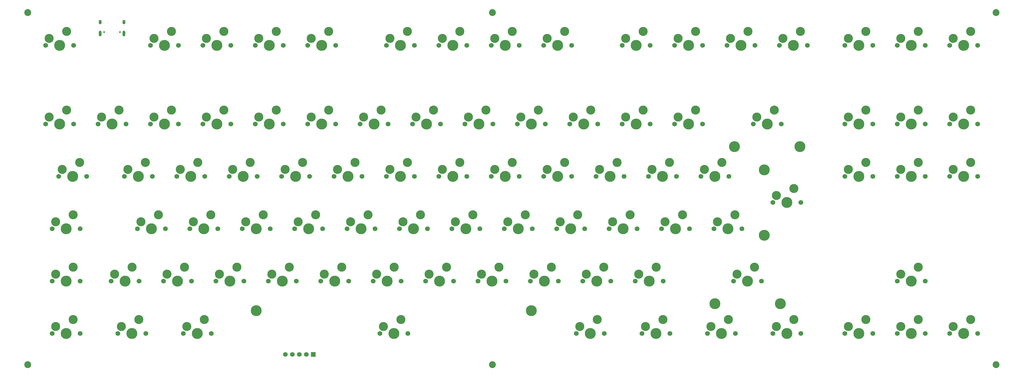
<source format=gbr>
%TF.GenerationSoftware,KiCad,Pcbnew,9.0.2*%
%TF.CreationDate,2025-07-01T21:42:39+02:00*%
%TF.ProjectId,TKL_PCB,544b4c5f-5043-4422-9e6b-696361645f70,rev?*%
%TF.SameCoordinates,Original*%
%TF.FileFunction,Soldermask,Top*%
%TF.FilePolarity,Negative*%
%FSLAX46Y46*%
G04 Gerber Fmt 4.6, Leading zero omitted, Abs format (unit mm)*
G04 Created by KiCad (PCBNEW 9.0.2) date 2025-07-01 21:42:39*
%MOMM*%
%LPD*%
G01*
G04 APERTURE LIST*
%ADD10C,2.500000*%
%ADD11C,3.987800*%
%ADD12C,1.750000*%
%ADD13C,3.300000*%
%ADD14C,0.650000*%
%ADD15O,1.000000X1.600000*%
%ADD16O,1.000000X2.100000*%
%ADD17R,1.700000X1.700000*%
%ADD18C,1.700000*%
G04 APERTURE END LIST*
D10*
%TO.C,H6*%
X364093750Y-142637500D03*
%TD*%
%TO.C,H5*%
X180975000Y-142637500D03*
%TD*%
%TO.C,H4*%
X12143750Y-142637500D03*
%TD*%
%TO.C,H3*%
X364093750Y-14525000D03*
%TD*%
%TO.C,H2*%
X180975000Y-14525000D03*
%TD*%
%TO.C,H1*%
X12143750Y-14525000D03*
%TD*%
D11*
%TO.C,S3*%
X268988750Y-63360000D03*
X292801250Y-63360000D03*
%TD*%
%TO.C,S2*%
X261845050Y-120510000D03*
X285657550Y-120510000D03*
%TD*%
%TO.C,S1*%
X195170050Y-123050000D03*
X95157550Y-123050000D03*
%TD*%
%TO.C,S4*%
X279783800Y-71773750D03*
X279783800Y-95586250D03*
%TD*%
D12*
%TO.C,MX72*%
X185962500Y-112255000D03*
D11*
X180882500Y-112255000D03*
D12*
X175802500Y-112255000D03*
D13*
X177072500Y-109715000D03*
X183422500Y-107175000D03*
%TD*%
D12*
%TO.C,MX53*%
X81187500Y-93205000D03*
D11*
X76107500Y-93205000D03*
D12*
X71027500Y-93205000D03*
D13*
X72297500Y-90665000D03*
X78647500Y-88125000D03*
%TD*%
D12*
%TO.C,MX55*%
X119287500Y-93205000D03*
D11*
X114207500Y-93205000D03*
D12*
X109127500Y-93205000D03*
D13*
X110397500Y-90665000D03*
X116747500Y-88125000D03*
%TD*%
D12*
%TO.C,MX64*%
X31181300Y-112255000D03*
D11*
X26101300Y-112255000D03*
D12*
X21021300Y-112255000D03*
D13*
X22291300Y-109715000D03*
X28641300Y-107175000D03*
%TD*%
D12*
%TO.C,MX54*%
X100237500Y-93205000D03*
D11*
X95157500Y-93205000D03*
D12*
X90077500Y-93205000D03*
D13*
X91347500Y-90665000D03*
X97697500Y-88125000D03*
%TD*%
D12*
%TO.C,MX75*%
X243112500Y-112255000D03*
D11*
X238032500Y-112255000D03*
D12*
X232952500Y-112255000D03*
D13*
X234222500Y-109715000D03*
X240572500Y-107175000D03*
%TD*%
D12*
%TO.C,MX56*%
X138337500Y-93205000D03*
D11*
X133257500Y-93205000D03*
D12*
X128177500Y-93205000D03*
D13*
X129447500Y-90665000D03*
X135797500Y-88125000D03*
%TD*%
D12*
%TO.C,MX65*%
X52612500Y-112255000D03*
D11*
X47532500Y-112255000D03*
D12*
X42452500Y-112255000D03*
D13*
X43722500Y-109715000D03*
X50072500Y-107175000D03*
%TD*%
D12*
%TO.C,MX73*%
X205012500Y-112255000D03*
D11*
X199932500Y-112255000D03*
D12*
X194852500Y-112255000D03*
D13*
X196122500Y-109715000D03*
X202472500Y-107175000D03*
%TD*%
D12*
%TO.C,MX44*%
X228825000Y-74155000D03*
D11*
X223745000Y-74155000D03*
D12*
X218665000Y-74155000D03*
D13*
X219935000Y-71615000D03*
X226285000Y-69075000D03*
%TD*%
D12*
%TO.C,MX32*%
X338362500Y-55105000D03*
D11*
X333282500Y-55105000D03*
D12*
X328202500Y-55105000D03*
D13*
X329472500Y-52565000D03*
X335822500Y-50025000D03*
%TD*%
D12*
%TO.C,MX8*%
X190725000Y-26530000D03*
D11*
X185645000Y-26530000D03*
D12*
X180565000Y-26530000D03*
D13*
X181835000Y-23990000D03*
X188185000Y-21450000D03*
%TD*%
D12*
%TO.C,MX15*%
X338362500Y-26530000D03*
D11*
X333282500Y-26530000D03*
D12*
X328202500Y-26530000D03*
D13*
X329472500Y-23990000D03*
X335822500Y-21450000D03*
%TD*%
D12*
%TO.C,MX17*%
X28800000Y-55105000D03*
D11*
X23720000Y-55105000D03*
D12*
X18640000Y-55105000D03*
D13*
X19910000Y-52565000D03*
X26260000Y-50025000D03*
%TD*%
D12*
%TO.C,MX83*%
X245493800Y-131305000D03*
D11*
X240413800Y-131305000D03*
D12*
X235333800Y-131305000D03*
D13*
X236603800Y-128765000D03*
X242953800Y-126225000D03*
%TD*%
D12*
%TO.C,MX67*%
X90712500Y-112255000D03*
D11*
X85632500Y-112255000D03*
D12*
X80552500Y-112255000D03*
D13*
X81822500Y-109715000D03*
X88172500Y-107175000D03*
%TD*%
D12*
%TO.C,MX87*%
X338362500Y-131305000D03*
D11*
X333282500Y-131305000D03*
D12*
X328202500Y-131305000D03*
D13*
X329472500Y-128765000D03*
X335822500Y-126225000D03*
%TD*%
D12*
%TO.C,MX82*%
X221681300Y-131305000D03*
D11*
X216601300Y-131305000D03*
D12*
X211521300Y-131305000D03*
D13*
X212791300Y-128765000D03*
X219141300Y-126225000D03*
%TD*%
D12*
%TO.C,MX26*%
X200250000Y-55105000D03*
D11*
X195170000Y-55105000D03*
D12*
X190090000Y-55105000D03*
D13*
X191360000Y-52565000D03*
X197710000Y-50025000D03*
%TD*%
D12*
%TO.C,MX37*%
X95475000Y-74155000D03*
D11*
X90395000Y-74155000D03*
D12*
X85315000Y-74155000D03*
D13*
X86585000Y-71615000D03*
X92935000Y-69075000D03*
%TD*%
D12*
%TO.C,MX84*%
X269306300Y-131305000D03*
D11*
X264226300Y-131305000D03*
D12*
X259146300Y-131305000D03*
D13*
X260416300Y-128765000D03*
X266766300Y-126225000D03*
%TD*%
D12*
%TO.C,MX27*%
X219300000Y-55105000D03*
D11*
X214220000Y-55105000D03*
D12*
X209140000Y-55105000D03*
D13*
X210410000Y-52565000D03*
X216760000Y-50025000D03*
%TD*%
D12*
%TO.C,MX19*%
X66900000Y-55105000D03*
D11*
X61820000Y-55105000D03*
D12*
X56740000Y-55105000D03*
D13*
X58010000Y-52565000D03*
X64360000Y-50025000D03*
%TD*%
D12*
%TO.C,MX22*%
X124050000Y-55105000D03*
D11*
X118970000Y-55105000D03*
D12*
X113890000Y-55105000D03*
D13*
X115160000Y-52565000D03*
X121510000Y-50025000D03*
%TD*%
D12*
%TO.C,MX63*%
X271687500Y-93205000D03*
D11*
X266607500Y-93205000D03*
D12*
X261527500Y-93205000D03*
D13*
X262797500Y-90665000D03*
X269147500Y-88125000D03*
%TD*%
D12*
%TO.C,MX57*%
X157387500Y-93205000D03*
D11*
X152307500Y-93205000D03*
D12*
X147227500Y-93205000D03*
D13*
X148497500Y-90665000D03*
X154847500Y-88125000D03*
%TD*%
D12*
%TO.C,MX71*%
X166912500Y-112255000D03*
D11*
X161832500Y-112255000D03*
D12*
X156752500Y-112255000D03*
D13*
X158022500Y-109715000D03*
X164372500Y-107175000D03*
%TD*%
D12*
%TO.C,MX24*%
X162150000Y-55105000D03*
D11*
X157070000Y-55105000D03*
D12*
X151990000Y-55105000D03*
D13*
X153260000Y-52565000D03*
X159610000Y-50025000D03*
%TD*%
D12*
%TO.C,MX20*%
X85950000Y-55105000D03*
D11*
X80870000Y-55105000D03*
D12*
X75790000Y-55105000D03*
D13*
X77060000Y-52565000D03*
X83410000Y-50025000D03*
%TD*%
D12*
%TO.C,MX4*%
X105000000Y-26530000D03*
D11*
X99920000Y-26530000D03*
D12*
X94840000Y-26530000D03*
D13*
X96110000Y-23990000D03*
X102460000Y-21450000D03*
%TD*%
D12*
%TO.C,MX2*%
X66900000Y-26530000D03*
D11*
X61820000Y-26530000D03*
D12*
X56740000Y-26530000D03*
D13*
X58010000Y-23990000D03*
X64360000Y-21450000D03*
%TD*%
D12*
%TO.C,MX18*%
X47850000Y-55105000D03*
D11*
X42770000Y-55105000D03*
D12*
X37690000Y-55105000D03*
D13*
X38960000Y-52565000D03*
X45310000Y-50025000D03*
%TD*%
D12*
%TO.C,MX61*%
X233587500Y-93205000D03*
D11*
X228507500Y-93205000D03*
D12*
X223427500Y-93205000D03*
D13*
X224697500Y-90665000D03*
X231047500Y-88125000D03*
%TD*%
D12*
%TO.C,MX3*%
X85950000Y-26530000D03*
D11*
X80870000Y-26530000D03*
D12*
X75790000Y-26530000D03*
D13*
X77060000Y-23990000D03*
X83410000Y-21450000D03*
%TD*%
D12*
%TO.C,MX38*%
X114525000Y-74155000D03*
D11*
X109445000Y-74155000D03*
D12*
X104365000Y-74155000D03*
D13*
X105635000Y-71615000D03*
X111985000Y-69075000D03*
%TD*%
D12*
%TO.C,MX88*%
X357412500Y-131305000D03*
D11*
X352332500Y-131305000D03*
D12*
X347252500Y-131305000D03*
D13*
X348522500Y-128765000D03*
X354872500Y-126225000D03*
%TD*%
D12*
%TO.C,MX40*%
X152625000Y-74155000D03*
D11*
X147545000Y-74155000D03*
D12*
X142465000Y-74155000D03*
D13*
X143735000Y-71615000D03*
X150085000Y-69075000D03*
%TD*%
D12*
%TO.C,MX41*%
X171675000Y-74155000D03*
D11*
X166595000Y-74155000D03*
D12*
X161515000Y-74155000D03*
D13*
X162785000Y-71615000D03*
X169135000Y-69075000D03*
%TD*%
D12*
%TO.C,MX70*%
X147862500Y-112255000D03*
D11*
X142782500Y-112255000D03*
D12*
X137702500Y-112255000D03*
D13*
X138972500Y-109715000D03*
X145322500Y-107175000D03*
%TD*%
D12*
%TO.C,MX13*%
X295500000Y-26530000D03*
D11*
X290420000Y-26530000D03*
D12*
X285340000Y-26530000D03*
D13*
X286610000Y-23990000D03*
X292960000Y-21450000D03*
%TD*%
D12*
%TO.C,MX42*%
X190725000Y-74155000D03*
D11*
X185645000Y-74155000D03*
D12*
X180565000Y-74155000D03*
D13*
X181835000Y-71615000D03*
X188185000Y-69075000D03*
%TD*%
D12*
%TO.C,MX25*%
X181200000Y-55105000D03*
D11*
X176120000Y-55105000D03*
D12*
X171040000Y-55105000D03*
D13*
X172310000Y-52565000D03*
X178660000Y-50025000D03*
%TD*%
D12*
%TO.C,MX34*%
X33562500Y-74155000D03*
D11*
X28482500Y-74155000D03*
D12*
X23402500Y-74155000D03*
D13*
X24672500Y-71615000D03*
X31022500Y-69075000D03*
%TD*%
D12*
%TO.C,MX23*%
X143100000Y-55105000D03*
D11*
X138020000Y-55105000D03*
D12*
X132940000Y-55105000D03*
D13*
X134210000Y-52565000D03*
X140560000Y-50025000D03*
%TD*%
D14*
%TO.C,J1*%
X39880000Y-21650000D03*
X45660000Y-21650000D03*
D15*
X38450000Y-18000000D03*
D16*
X38450000Y-22180000D03*
D15*
X47090000Y-18000000D03*
D16*
X47090000Y-22180000D03*
%TD*%
D12*
%TO.C,MX52*%
X62137500Y-93205000D03*
D11*
X57057500Y-93205000D03*
D12*
X51977500Y-93205000D03*
D13*
X53247500Y-90665000D03*
X59597500Y-88125000D03*
%TD*%
D12*
%TO.C,MX74*%
X224062500Y-112255000D03*
D11*
X218982500Y-112255000D03*
D12*
X213902500Y-112255000D03*
D13*
X215172500Y-109715000D03*
X221522500Y-107175000D03*
%TD*%
D12*
%TO.C,MX35*%
X57375000Y-74155000D03*
D11*
X52295000Y-74155000D03*
D12*
X47215000Y-74155000D03*
D13*
X48485000Y-71615000D03*
X54835000Y-69075000D03*
%TD*%
D12*
%TO.C,MX21*%
X105000000Y-55105000D03*
D11*
X99920000Y-55105000D03*
D12*
X94840000Y-55105000D03*
D13*
X96110000Y-52565000D03*
X102460000Y-50025000D03*
%TD*%
D12*
%TO.C,MX33*%
X357412500Y-55105000D03*
D11*
X352332500Y-55105000D03*
D12*
X347252500Y-55105000D03*
D13*
X348522500Y-52565000D03*
X354872500Y-50025000D03*
%TD*%
D12*
%TO.C,MX78*%
X31181300Y-131305000D03*
D11*
X26101300Y-131305000D03*
D12*
X21021300Y-131305000D03*
D13*
X22291300Y-128765000D03*
X28641300Y-126225000D03*
%TD*%
D12*
%TO.C,MX62*%
X252637500Y-93205000D03*
D11*
X247557500Y-93205000D03*
D12*
X242477500Y-93205000D03*
D13*
X243747500Y-90665000D03*
X250097500Y-88125000D03*
%TD*%
D12*
%TO.C,MX47*%
X293118800Y-83680000D03*
D11*
X288038800Y-83680000D03*
D12*
X282958800Y-83680000D03*
D13*
X284228800Y-81140000D03*
X290578800Y-78600000D03*
%TD*%
D12*
%TO.C,MX45*%
X247875000Y-74155000D03*
D11*
X242795000Y-74155000D03*
D12*
X237715000Y-74155000D03*
D13*
X238985000Y-71615000D03*
X245335000Y-69075000D03*
%TD*%
D12*
%TO.C,MX51*%
X31175000Y-93205000D03*
D11*
X26095000Y-93205000D03*
D12*
X21015000Y-93205000D03*
D13*
X22285000Y-90665000D03*
X28635000Y-88125000D03*
%TD*%
D12*
%TO.C,MX50*%
X357412500Y-74155000D03*
D11*
X352332500Y-74155000D03*
D12*
X347252500Y-74155000D03*
D13*
X348522500Y-71615000D03*
X354872500Y-69075000D03*
%TD*%
D12*
%TO.C,MX68*%
X109762500Y-112255000D03*
D11*
X104682500Y-112255000D03*
D12*
X99602500Y-112255000D03*
D13*
X100872500Y-109715000D03*
X107222500Y-107175000D03*
%TD*%
D12*
%TO.C,MX46*%
X266925000Y-74155000D03*
D11*
X261845000Y-74155000D03*
D12*
X256765000Y-74155000D03*
D13*
X258035000Y-71615000D03*
X264385000Y-69075000D03*
%TD*%
D12*
%TO.C,MX7*%
X171675000Y-26530000D03*
D11*
X166595000Y-26530000D03*
D12*
X161515000Y-26530000D03*
D13*
X162785000Y-23990000D03*
X169135000Y-21450000D03*
%TD*%
D12*
%TO.C,MX49*%
X338362500Y-74155000D03*
D11*
X333282500Y-74155000D03*
D12*
X328202500Y-74155000D03*
D13*
X329472500Y-71615000D03*
X335822500Y-69075000D03*
%TD*%
D12*
%TO.C,MX60*%
X214537500Y-93205000D03*
D11*
X209457500Y-93205000D03*
D12*
X204377500Y-93205000D03*
D13*
X205647500Y-90665000D03*
X211997500Y-88125000D03*
%TD*%
D12*
%TO.C,MX77*%
X338362500Y-112255000D03*
D11*
X333282500Y-112255000D03*
D12*
X328202500Y-112255000D03*
D13*
X329472500Y-109715000D03*
X335822500Y-107175000D03*
%TD*%
D12*
%TO.C,MX30*%
X285975000Y-55105000D03*
D11*
X280895000Y-55105000D03*
D12*
X275815000Y-55105000D03*
D13*
X277085000Y-52565000D03*
X283435000Y-50025000D03*
%TD*%
D12*
%TO.C,MX48*%
X319312500Y-74155000D03*
D11*
X314232500Y-74155000D03*
D12*
X309152500Y-74155000D03*
D13*
X310422500Y-71615000D03*
X316772500Y-69075000D03*
%TD*%
D12*
%TO.C,MX76*%
X278831300Y-112255000D03*
D11*
X273751300Y-112255000D03*
D12*
X268671300Y-112255000D03*
D13*
X269941300Y-109715000D03*
X276291300Y-107175000D03*
%TD*%
D12*
%TO.C,MX9*%
X209775000Y-26530000D03*
D11*
X204695000Y-26530000D03*
D12*
X199615000Y-26530000D03*
D13*
X200885000Y-23990000D03*
X207235000Y-21450000D03*
%TD*%
D12*
%TO.C,MX79*%
X54993800Y-131305000D03*
D11*
X49913800Y-131305000D03*
D12*
X44833800Y-131305000D03*
D13*
X46103800Y-128765000D03*
X52453800Y-126225000D03*
%TD*%
D12*
%TO.C,MX85*%
X293118800Y-131305000D03*
D11*
X288038800Y-131305000D03*
D12*
X282958800Y-131305000D03*
D13*
X284228800Y-128765000D03*
X290578800Y-126225000D03*
%TD*%
D12*
%TO.C,MX16*%
X357412500Y-26530000D03*
D11*
X352332500Y-26530000D03*
D12*
X347252500Y-26530000D03*
D13*
X348522500Y-23990000D03*
X354872500Y-21450000D03*
%TD*%
D12*
%TO.C,MX1*%
X28800000Y-26530000D03*
D11*
X23720000Y-26530000D03*
D12*
X18640000Y-26530000D03*
D13*
X19910000Y-23990000D03*
X26260000Y-21450000D03*
%TD*%
D12*
%TO.C,MX86*%
X319312500Y-131305000D03*
D11*
X314232500Y-131305000D03*
D12*
X309152500Y-131305000D03*
D13*
X310422500Y-128765000D03*
X316772500Y-126225000D03*
%TD*%
D12*
%TO.C,MX69*%
X128812500Y-112255000D03*
D11*
X123732500Y-112255000D03*
D12*
X118652500Y-112255000D03*
D13*
X119922500Y-109715000D03*
X126272500Y-107175000D03*
%TD*%
D12*
%TO.C,MX43*%
X209775000Y-74155000D03*
D11*
X204695000Y-74155000D03*
D12*
X199615000Y-74155000D03*
D13*
X200885000Y-71615000D03*
X207235000Y-69075000D03*
%TD*%
D12*
%TO.C,MX59*%
X195487500Y-93205000D03*
D11*
X190407500Y-93205000D03*
D12*
X185327500Y-93205000D03*
D13*
X186597500Y-90665000D03*
X192947500Y-88125000D03*
%TD*%
D12*
%TO.C,MX66*%
X71662500Y-112255000D03*
D11*
X66582500Y-112255000D03*
D12*
X61502500Y-112255000D03*
D13*
X62772500Y-109715000D03*
X69122500Y-107175000D03*
%TD*%
D12*
%TO.C,MX81*%
X150243800Y-131305000D03*
D11*
X145163800Y-131305000D03*
D12*
X140083800Y-131305000D03*
D13*
X141353800Y-128765000D03*
X147703800Y-126225000D03*
%TD*%
D12*
%TO.C,MX36*%
X76425000Y-74155000D03*
D11*
X71345000Y-74155000D03*
D12*
X66265000Y-74155000D03*
D13*
X67535000Y-71615000D03*
X73885000Y-69075000D03*
%TD*%
D12*
%TO.C,MX29*%
X257400000Y-55105000D03*
D11*
X252320000Y-55105000D03*
D12*
X247240000Y-55105000D03*
D13*
X248510000Y-52565000D03*
X254860000Y-50025000D03*
%TD*%
D12*
%TO.C,MX5*%
X124050000Y-26530000D03*
D11*
X118970000Y-26530000D03*
D12*
X113890000Y-26530000D03*
D13*
X115160000Y-23990000D03*
X121510000Y-21450000D03*
%TD*%
D12*
%TO.C,MX28*%
X238350000Y-55105000D03*
D11*
X233270000Y-55105000D03*
D12*
X228190000Y-55105000D03*
D13*
X229460000Y-52565000D03*
X235810000Y-50025000D03*
%TD*%
D12*
%TO.C,MX80*%
X78806300Y-131305000D03*
D11*
X73726300Y-131305000D03*
D12*
X68646300Y-131305000D03*
D13*
X69916300Y-128765000D03*
X76266300Y-126225000D03*
%TD*%
D12*
%TO.C,MX11*%
X257400000Y-26530000D03*
D11*
X252320000Y-26530000D03*
D12*
X247240000Y-26530000D03*
D13*
X248510000Y-23990000D03*
X254860000Y-21450000D03*
%TD*%
D12*
%TO.C,MX39*%
X133575000Y-74155000D03*
D11*
X128495000Y-74155000D03*
D12*
X123415000Y-74155000D03*
D13*
X124685000Y-71615000D03*
X131035000Y-69075000D03*
%TD*%
D12*
%TO.C,MX31*%
X319312500Y-55105000D03*
D11*
X314232500Y-55105000D03*
D12*
X309152500Y-55105000D03*
D13*
X310422500Y-52565000D03*
X316772500Y-50025000D03*
%TD*%
D17*
%TO.C,J3*%
X115887500Y-138906250D03*
D18*
X113347500Y-138906250D03*
X110807501Y-138906250D03*
X108267500Y-138906250D03*
X105727500Y-138906250D03*
%TD*%
D12*
%TO.C,MX58*%
X176437500Y-93205000D03*
D11*
X171357500Y-93205000D03*
D12*
X166277500Y-93205000D03*
D13*
X167547500Y-90665000D03*
X173897500Y-88125000D03*
%TD*%
D12*
%TO.C,MX14*%
X319312500Y-26530000D03*
D11*
X314232500Y-26530000D03*
D12*
X309152500Y-26530000D03*
D13*
X310422500Y-23990000D03*
X316772500Y-21450000D03*
%TD*%
D12*
%TO.C,MX10*%
X238350000Y-26530000D03*
D11*
X233270000Y-26530000D03*
D12*
X228190000Y-26530000D03*
D13*
X229460000Y-23990000D03*
X235810000Y-21450000D03*
%TD*%
D12*
%TO.C,MX6*%
X152625000Y-26530000D03*
D11*
X147545000Y-26530000D03*
D12*
X142465000Y-26530000D03*
D13*
X143735000Y-23990000D03*
X150085000Y-21450000D03*
%TD*%
D12*
%TO.C,MX12*%
X276450000Y-26530000D03*
D11*
X271370000Y-26530000D03*
D12*
X266290000Y-26530000D03*
D13*
X267560000Y-23990000D03*
X273910000Y-21450000D03*
%TD*%
M02*

</source>
